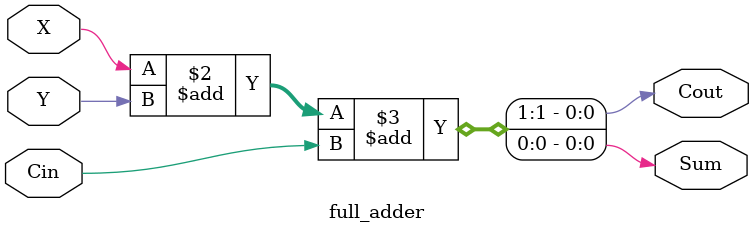
<source format=v>
module circuit (
    input [3:0] A, B,    // 4-bit inputs A and B
    input Cin,           // Carry-in input
    input [1:0] S,       // 2-bit select input for the multiplexer
    output [3:0] D,      // 4-bit output D
    output Cout          // Carry-out output
);

    wire [3:0] not_B;    // 4-bit wire to hold the bitwise NOT of B
    wire [3:0] carry;    // 4-bit wire to hold the carry bits from each full adder
    reg [3:0] mux_out;   // 4-bit register to hold the multiplexer output

    // Calculate the bitwise NOT of B
    assign not_B = ~B;

    // Always block for the multiplexer
    always @(*) begin
        case(S)
            2'b00: mux_out = 4'b0000;   // When S is 00, mux_out is 0000
            2'b01: mux_out = 4'b1111;   // When S is 01, mux_out is 1111
            2'b10: mux_out = B;         // When S is 10, mux_out is B
            2'b11: mux_out = not_B;     // When S is 11, mux_out is not_B
        endcase
    end

    // Instantiate 4 full adders
    full_adder fa0 (
        .X(A[0]),         // First bit of A
        .Y(mux_out[0]),   // First bit of mux_out
        .Cin(Cin),        // Carry-in input
        .Sum(D[0]),       // First bit of sum output D
        .Cout(carry[0])   // First carry-out
    );

    full_adder fa1 (
        .X(A[1]),         // Second bit of A
        .Y(mux_out[1]),   // Second bit of mux_out
        .Cin(carry[0]),   // Carry-in from the first full adder
        .Sum(D[1]),       // Second bit of sum output D
        .Cout(carry[1])   // Second carry-out
    );

    full_adder fa2 (
        .X(A[2]),         // Third bit of A
        .Y(mux_out[2]),   // Third bit of mux_out
        .Cin(carry[1]),   // Carry-in from the second full adder
        .Sum(D[2]),       // Third bit of sum output D
        .Cout(carry[2])   // Third carry-out
    );

    full_adder fa3 (
        .X(A[3]),         // Fourth bit of A
        .Y(mux_out[3]),   // Fourth bit of mux_out
        .Cin(carry[2]),   // Carry-in from the third full adder
        .Sum(D[3]),       // Fourth bit of sum output D
        .Cout(carry[3])   // Fourth carry-out
    );

    // Assign the final carry-out
    assign Cout = carry[3];

endmodule

// Module definition for the full adder
module full_adder (
    input X,        // First input bit
    input Y,        // Second input bit
    input Cin,      // Carry-in input
    output reg Sum, // Sum output
    output reg Cout // Carry-out output
);
    always @(*) begin
        // Calculate the sum and carry-out
        {Cout, Sum} = X + Y + Cin;
    end
endmodule
</source>
